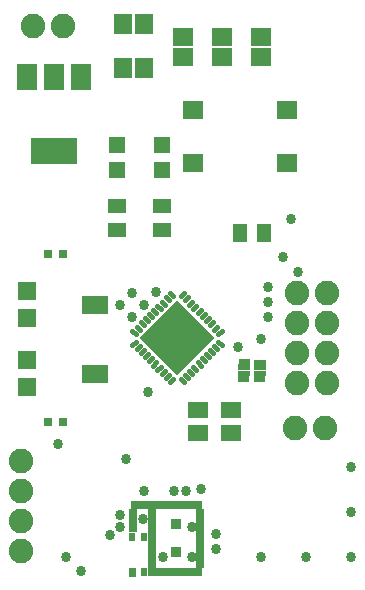
<source format=gbr>
G04 EAGLE Gerber X2 export*
%TF.Part,Single*%
%TF.FileFunction,Soldermask,Top,1*%
%TF.FilePolarity,Negative*%
%TF.GenerationSoftware,Autodesk,EAGLE,9.0.1*%
%TF.CreationDate,2019-06-07T13:03:31Z*%
G75*
%MOMM*%
%FSLAX34Y34*%
%LPD*%
%AMOC8*
5,1,8,0,0,1.08239X$1,22.5*%
G01*
%ADD10R,1.703200X1.503200*%
%ADD11R,1.727200X1.473200*%
%ADD12R,1.503200X1.703200*%
%ADD13C,2.082800*%
%ADD14R,1.403200X1.403200*%
%ADD15R,1.603200X1.303200*%
%ADD16R,1.303200X1.603200*%
%ADD17R,0.711200X0.711200*%
%ADD18C,0.433200*%
%ADD19R,4.473200X4.473200*%
%ADD20R,1.703200X2.203200*%
%ADD21R,4.003200X2.203200*%
%ADD22R,1.503200X1.503200*%
%ADD23R,2.203200X1.604800*%
%ADD24R,0.953200X0.903200*%
%ADD25R,1.753200X1.503200*%
%ADD26R,0.523200X0.683200*%
%ADD27R,0.683200X0.523200*%
%ADD28C,0.010463*%
%ADD29R,0.873200X0.873200*%
%ADD30C,0.859600*%


D10*
X241300Y448700D03*
X241300Y465700D03*
X208280Y448700D03*
X208280Y465700D03*
X175260Y448700D03*
X175260Y465700D03*
D11*
X187960Y130175D03*
X187960Y149225D03*
X215900Y130175D03*
X215900Y149225D03*
D12*
X124850Y476250D03*
X141850Y476250D03*
X141850Y439420D03*
X124850Y439420D03*
D13*
X271780Y248920D03*
X297180Y248920D03*
X271780Y223520D03*
X297180Y223520D03*
X271780Y198120D03*
X297180Y198120D03*
X271780Y172720D03*
X297180Y172720D03*
X73660Y474980D03*
X48260Y474980D03*
D14*
X157480Y373720D03*
X157480Y352720D03*
X119380Y373720D03*
X119380Y352720D03*
D15*
X119380Y302420D03*
X119380Y322420D03*
D16*
X223680Y299720D03*
X243680Y299720D03*
D15*
X157480Y322420D03*
X157480Y302420D03*
D17*
X60960Y139700D03*
X60960Y281940D03*
X73660Y139700D03*
X73660Y281940D03*
D18*
X187610Y189854D02*
X190226Y187238D01*
X186691Y183703D02*
X184075Y186319D01*
X180539Y182783D02*
X183155Y180167D01*
X179620Y176632D02*
X177004Y179248D01*
X173468Y175712D02*
X176084Y173096D01*
X193762Y190774D02*
X191146Y193390D01*
X194681Y196925D02*
X197297Y194309D01*
X200833Y197845D02*
X198217Y200461D01*
X201752Y203996D02*
X204368Y201380D01*
X207904Y204916D02*
X205288Y207532D01*
X187610Y231786D02*
X190226Y234402D01*
X186691Y237937D02*
X184075Y235321D01*
X180539Y238857D02*
X183155Y241473D01*
X179620Y245008D02*
X177004Y242392D01*
X173468Y245928D02*
X176084Y248544D01*
X193762Y230866D02*
X191146Y228250D01*
X194681Y224715D02*
X197297Y227331D01*
X200833Y223795D02*
X198217Y221179D01*
X201752Y217644D02*
X204368Y220260D01*
X207904Y216724D02*
X205288Y214108D01*
X149214Y228250D02*
X146598Y230866D01*
X143063Y227331D02*
X145679Y224715D01*
X142143Y221179D02*
X139527Y223795D01*
X135992Y220260D02*
X138608Y217644D01*
X135072Y214108D02*
X132456Y216724D01*
X150134Y234402D02*
X152750Y231786D01*
X156285Y235321D02*
X153669Y237937D01*
X157205Y241473D02*
X159821Y238857D01*
X163356Y242392D02*
X160740Y245008D01*
X164276Y248544D02*
X166892Y245928D01*
X149214Y193390D02*
X146598Y190774D01*
X143063Y194309D02*
X145679Y196925D01*
X142143Y200461D02*
X139527Y197845D01*
X135992Y201380D02*
X138608Y203996D01*
X135072Y207532D02*
X132456Y204916D01*
X150134Y187238D02*
X152750Y189854D01*
X156285Y186319D02*
X153669Y183703D01*
X157205Y180167D02*
X159821Y182783D01*
X163356Y179248D02*
X160740Y176632D01*
X164276Y173096D02*
X166892Y175712D01*
D19*
G36*
X138550Y210820D02*
X170180Y242450D01*
X201810Y210820D01*
X170180Y179190D01*
X138550Y210820D01*
G37*
D20*
X66040Y431550D03*
D21*
X66040Y368550D03*
D20*
X89040Y431550D03*
X43040Y431550D03*
D22*
X43180Y227260D03*
D23*
X100965Y238760D03*
D22*
X43180Y250260D03*
X43180Y168840D03*
D23*
X100965Y180340D03*
D22*
X43180Y191840D03*
D24*
G36*
X235658Y182368D02*
X245188Y182235D01*
X245062Y173204D01*
X235532Y173337D01*
X235658Y182368D01*
G37*
G36*
X231563Y173393D02*
X222033Y173526D01*
X222159Y182557D01*
X231689Y182424D01*
X231563Y173393D01*
G37*
G36*
X231702Y183392D02*
X222172Y183525D01*
X222298Y192556D01*
X231828Y192423D01*
X231702Y183392D01*
G37*
G36*
X235797Y192367D02*
X245327Y192234D01*
X245201Y183203D01*
X235671Y183336D01*
X235797Y192367D01*
G37*
D25*
X183770Y358500D03*
X263270Y358500D03*
X183770Y403500D03*
X263270Y403500D03*
D26*
X148461Y12573D03*
X153461Y12573D03*
X158461Y12573D03*
X163461Y12573D03*
X168461Y12573D03*
X173461Y12573D03*
X178461Y12573D03*
X183461Y12573D03*
X188461Y12573D03*
D27*
X189961Y18573D03*
X189961Y23573D03*
X189961Y28573D03*
X189961Y33573D03*
X189961Y38573D03*
X189961Y43573D03*
X189961Y48573D03*
X189961Y53573D03*
X189961Y58573D03*
X189961Y63573D03*
D26*
X188461Y69573D03*
X183461Y69573D03*
X178461Y69573D03*
X173461Y69573D03*
X168461Y69573D03*
X163461Y69573D03*
X158461Y69573D03*
X153461Y69573D03*
X148461Y69573D03*
X143461Y69573D03*
X138461Y69573D03*
X133461Y69573D03*
D27*
X132961Y63573D03*
X132961Y58573D03*
X132961Y53573D03*
X132961Y48573D03*
X148961Y63573D03*
X148961Y58573D03*
X148961Y53573D03*
X148961Y48573D03*
X148961Y43573D03*
X148961Y38573D03*
X148961Y33573D03*
X148961Y28573D03*
X148961Y23573D03*
X148961Y18573D03*
D26*
X132461Y41773D03*
D28*
X135025Y15937D02*
X135025Y9209D01*
X129897Y9209D01*
X129897Y15937D01*
X135025Y15937D01*
X135025Y9313D02*
X129897Y9313D01*
X129897Y9417D02*
X135025Y9417D01*
X135025Y9521D02*
X129897Y9521D01*
X129897Y9625D02*
X135025Y9625D01*
X135025Y9729D02*
X129897Y9729D01*
X129897Y9833D02*
X135025Y9833D01*
X135025Y9937D02*
X129897Y9937D01*
X129897Y10041D02*
X135025Y10041D01*
X135025Y10145D02*
X129897Y10145D01*
X129897Y10249D02*
X135025Y10249D01*
X135025Y10353D02*
X129897Y10353D01*
X129897Y10457D02*
X135025Y10457D01*
X135025Y10561D02*
X129897Y10561D01*
X129897Y10665D02*
X135025Y10665D01*
X135025Y10769D02*
X129897Y10769D01*
X129897Y10873D02*
X135025Y10873D01*
X135025Y10977D02*
X129897Y10977D01*
X129897Y11081D02*
X135025Y11081D01*
X135025Y11185D02*
X129897Y11185D01*
X129897Y11289D02*
X135025Y11289D01*
X135025Y11393D02*
X129897Y11393D01*
X129897Y11497D02*
X135025Y11497D01*
X135025Y11601D02*
X129897Y11601D01*
X129897Y11705D02*
X135025Y11705D01*
X135025Y11809D02*
X129897Y11809D01*
X129897Y11913D02*
X135025Y11913D01*
X135025Y12017D02*
X129897Y12017D01*
X129897Y12121D02*
X135025Y12121D01*
X135025Y12225D02*
X129897Y12225D01*
X129897Y12329D02*
X135025Y12329D01*
X135025Y12433D02*
X129897Y12433D01*
X129897Y12537D02*
X135025Y12537D01*
X135025Y12641D02*
X129897Y12641D01*
X129897Y12745D02*
X135025Y12745D01*
X135025Y12849D02*
X129897Y12849D01*
X129897Y12953D02*
X135025Y12953D01*
X135025Y13057D02*
X129897Y13057D01*
X129897Y13161D02*
X135025Y13161D01*
X135025Y13265D02*
X129897Y13265D01*
X129897Y13369D02*
X135025Y13369D01*
X135025Y13473D02*
X129897Y13473D01*
X129897Y13577D02*
X135025Y13577D01*
X135025Y13681D02*
X129897Y13681D01*
X129897Y13785D02*
X135025Y13785D01*
X135025Y13889D02*
X129897Y13889D01*
X129897Y13993D02*
X135025Y13993D01*
X135025Y14097D02*
X129897Y14097D01*
X129897Y14201D02*
X135025Y14201D01*
X135025Y14305D02*
X129897Y14305D01*
X129897Y14409D02*
X135025Y14409D01*
X135025Y14513D02*
X129897Y14513D01*
X129897Y14617D02*
X135025Y14617D01*
X135025Y14721D02*
X129897Y14721D01*
X129897Y14825D02*
X135025Y14825D01*
X135025Y14929D02*
X129897Y14929D01*
X129897Y15033D02*
X135025Y15033D01*
X135025Y15137D02*
X129897Y15137D01*
X129897Y15241D02*
X135025Y15241D01*
X135025Y15345D02*
X129897Y15345D01*
X129897Y15449D02*
X135025Y15449D01*
X135025Y15553D02*
X129897Y15553D01*
X129897Y15657D02*
X135025Y15657D01*
X135025Y15761D02*
X129897Y15761D01*
X129897Y15865D02*
X135025Y15865D01*
D26*
X142461Y41773D03*
X142461Y12573D03*
D29*
X169461Y53073D03*
X169461Y29073D03*
D13*
X38100Y30480D03*
X38100Y55880D03*
X38100Y81280D03*
X38100Y106680D03*
X295910Y134620D03*
X270510Y134620D03*
D30*
X89040Y431550D03*
X124850Y439420D03*
X141850Y476250D03*
X175260Y465700D03*
X208280Y465700D03*
X241300Y465700D03*
X157480Y373720D03*
X119380Y373720D03*
X243680Y299720D03*
X43180Y250260D03*
X43180Y191840D03*
X187960Y130175D03*
X215900Y130175D03*
X190500Y82550D03*
X182755Y50800D03*
X182755Y25400D03*
X88900Y13442D03*
X113411Y43561D03*
X152400Y249408D03*
X222250Y203200D03*
X266700Y311150D03*
X273050Y266700D03*
X247650Y254000D03*
X247650Y241300D03*
X247650Y228600D03*
X121920Y238760D03*
X132080Y248920D03*
X132080Y228600D03*
X142240Y238760D03*
X158750Y25400D03*
X127000Y107950D03*
X203200Y31750D03*
X203200Y44450D03*
X146050Y165100D03*
X167640Y81280D03*
X177800Y81280D03*
X241300Y209550D03*
X260350Y279400D03*
X69850Y120650D03*
X121920Y60960D03*
X121920Y50800D03*
X142240Y81280D03*
X141755Y57150D03*
X317500Y25400D03*
X317500Y63500D03*
X317500Y101600D03*
X279400Y25400D03*
X241300Y25400D03*
X76200Y25400D03*
M02*

</source>
